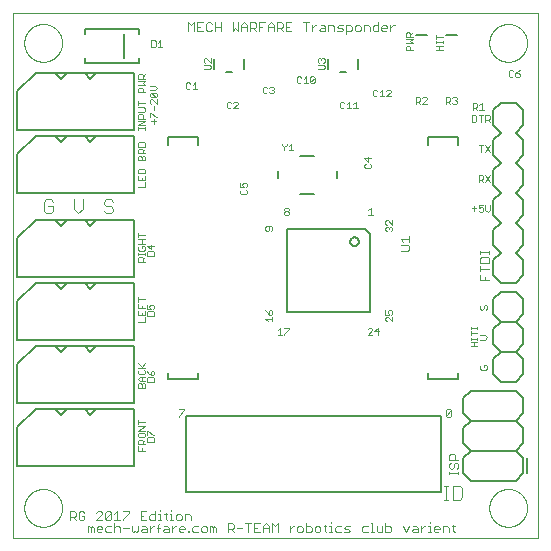
<source format=gto>
G75*
%MOIN*%
%OFA0B0*%
%FSLAX25Y25*%
%IPPOS*%
%LPD*%
%AMOC8*
5,1,8,0,0,1.08239X$1,22.5*
%
%ADD10C,0.00000*%
%ADD11C,0.00200*%
%ADD12C,0.00800*%
%ADD13C,0.00300*%
%ADD14C,0.00400*%
D10*
X0002800Y0003800D02*
X0002800Y0178800D01*
X0177800Y0178800D01*
X0177800Y0003800D01*
X0002800Y0003800D01*
X0006501Y0013800D02*
X0006503Y0013958D01*
X0006509Y0014116D01*
X0006519Y0014274D01*
X0006533Y0014432D01*
X0006551Y0014589D01*
X0006572Y0014746D01*
X0006598Y0014902D01*
X0006628Y0015058D01*
X0006661Y0015213D01*
X0006699Y0015366D01*
X0006740Y0015519D01*
X0006785Y0015671D01*
X0006834Y0015822D01*
X0006887Y0015971D01*
X0006943Y0016119D01*
X0007003Y0016265D01*
X0007067Y0016410D01*
X0007135Y0016553D01*
X0007206Y0016695D01*
X0007280Y0016835D01*
X0007358Y0016972D01*
X0007440Y0017108D01*
X0007524Y0017242D01*
X0007613Y0017373D01*
X0007704Y0017502D01*
X0007799Y0017629D01*
X0007896Y0017754D01*
X0007997Y0017876D01*
X0008101Y0017995D01*
X0008208Y0018112D01*
X0008318Y0018226D01*
X0008431Y0018337D01*
X0008546Y0018446D01*
X0008664Y0018551D01*
X0008785Y0018653D01*
X0008908Y0018753D01*
X0009034Y0018849D01*
X0009162Y0018942D01*
X0009292Y0019032D01*
X0009425Y0019118D01*
X0009560Y0019202D01*
X0009696Y0019281D01*
X0009835Y0019358D01*
X0009976Y0019430D01*
X0010118Y0019500D01*
X0010262Y0019565D01*
X0010408Y0019627D01*
X0010555Y0019685D01*
X0010704Y0019740D01*
X0010854Y0019791D01*
X0011005Y0019838D01*
X0011157Y0019881D01*
X0011310Y0019920D01*
X0011465Y0019956D01*
X0011620Y0019987D01*
X0011776Y0020015D01*
X0011932Y0020039D01*
X0012089Y0020059D01*
X0012247Y0020075D01*
X0012404Y0020087D01*
X0012563Y0020095D01*
X0012721Y0020099D01*
X0012879Y0020099D01*
X0013037Y0020095D01*
X0013196Y0020087D01*
X0013353Y0020075D01*
X0013511Y0020059D01*
X0013668Y0020039D01*
X0013824Y0020015D01*
X0013980Y0019987D01*
X0014135Y0019956D01*
X0014290Y0019920D01*
X0014443Y0019881D01*
X0014595Y0019838D01*
X0014746Y0019791D01*
X0014896Y0019740D01*
X0015045Y0019685D01*
X0015192Y0019627D01*
X0015338Y0019565D01*
X0015482Y0019500D01*
X0015624Y0019430D01*
X0015765Y0019358D01*
X0015904Y0019281D01*
X0016040Y0019202D01*
X0016175Y0019118D01*
X0016308Y0019032D01*
X0016438Y0018942D01*
X0016566Y0018849D01*
X0016692Y0018753D01*
X0016815Y0018653D01*
X0016936Y0018551D01*
X0017054Y0018446D01*
X0017169Y0018337D01*
X0017282Y0018226D01*
X0017392Y0018112D01*
X0017499Y0017995D01*
X0017603Y0017876D01*
X0017704Y0017754D01*
X0017801Y0017629D01*
X0017896Y0017502D01*
X0017987Y0017373D01*
X0018076Y0017242D01*
X0018160Y0017108D01*
X0018242Y0016972D01*
X0018320Y0016835D01*
X0018394Y0016695D01*
X0018465Y0016553D01*
X0018533Y0016410D01*
X0018597Y0016265D01*
X0018657Y0016119D01*
X0018713Y0015971D01*
X0018766Y0015822D01*
X0018815Y0015671D01*
X0018860Y0015519D01*
X0018901Y0015366D01*
X0018939Y0015213D01*
X0018972Y0015058D01*
X0019002Y0014902D01*
X0019028Y0014746D01*
X0019049Y0014589D01*
X0019067Y0014432D01*
X0019081Y0014274D01*
X0019091Y0014116D01*
X0019097Y0013958D01*
X0019099Y0013800D01*
X0019097Y0013642D01*
X0019091Y0013484D01*
X0019081Y0013326D01*
X0019067Y0013168D01*
X0019049Y0013011D01*
X0019028Y0012854D01*
X0019002Y0012698D01*
X0018972Y0012542D01*
X0018939Y0012387D01*
X0018901Y0012234D01*
X0018860Y0012081D01*
X0018815Y0011929D01*
X0018766Y0011778D01*
X0018713Y0011629D01*
X0018657Y0011481D01*
X0018597Y0011335D01*
X0018533Y0011190D01*
X0018465Y0011047D01*
X0018394Y0010905D01*
X0018320Y0010765D01*
X0018242Y0010628D01*
X0018160Y0010492D01*
X0018076Y0010358D01*
X0017987Y0010227D01*
X0017896Y0010098D01*
X0017801Y0009971D01*
X0017704Y0009846D01*
X0017603Y0009724D01*
X0017499Y0009605D01*
X0017392Y0009488D01*
X0017282Y0009374D01*
X0017169Y0009263D01*
X0017054Y0009154D01*
X0016936Y0009049D01*
X0016815Y0008947D01*
X0016692Y0008847D01*
X0016566Y0008751D01*
X0016438Y0008658D01*
X0016308Y0008568D01*
X0016175Y0008482D01*
X0016040Y0008398D01*
X0015904Y0008319D01*
X0015765Y0008242D01*
X0015624Y0008170D01*
X0015482Y0008100D01*
X0015338Y0008035D01*
X0015192Y0007973D01*
X0015045Y0007915D01*
X0014896Y0007860D01*
X0014746Y0007809D01*
X0014595Y0007762D01*
X0014443Y0007719D01*
X0014290Y0007680D01*
X0014135Y0007644D01*
X0013980Y0007613D01*
X0013824Y0007585D01*
X0013668Y0007561D01*
X0013511Y0007541D01*
X0013353Y0007525D01*
X0013196Y0007513D01*
X0013037Y0007505D01*
X0012879Y0007501D01*
X0012721Y0007501D01*
X0012563Y0007505D01*
X0012404Y0007513D01*
X0012247Y0007525D01*
X0012089Y0007541D01*
X0011932Y0007561D01*
X0011776Y0007585D01*
X0011620Y0007613D01*
X0011465Y0007644D01*
X0011310Y0007680D01*
X0011157Y0007719D01*
X0011005Y0007762D01*
X0010854Y0007809D01*
X0010704Y0007860D01*
X0010555Y0007915D01*
X0010408Y0007973D01*
X0010262Y0008035D01*
X0010118Y0008100D01*
X0009976Y0008170D01*
X0009835Y0008242D01*
X0009696Y0008319D01*
X0009560Y0008398D01*
X0009425Y0008482D01*
X0009292Y0008568D01*
X0009162Y0008658D01*
X0009034Y0008751D01*
X0008908Y0008847D01*
X0008785Y0008947D01*
X0008664Y0009049D01*
X0008546Y0009154D01*
X0008431Y0009263D01*
X0008318Y0009374D01*
X0008208Y0009488D01*
X0008101Y0009605D01*
X0007997Y0009724D01*
X0007896Y0009846D01*
X0007799Y0009971D01*
X0007704Y0010098D01*
X0007613Y0010227D01*
X0007524Y0010358D01*
X0007440Y0010492D01*
X0007358Y0010628D01*
X0007280Y0010765D01*
X0007206Y0010905D01*
X0007135Y0011047D01*
X0007067Y0011190D01*
X0007003Y0011335D01*
X0006943Y0011481D01*
X0006887Y0011629D01*
X0006834Y0011778D01*
X0006785Y0011929D01*
X0006740Y0012081D01*
X0006699Y0012234D01*
X0006661Y0012387D01*
X0006628Y0012542D01*
X0006598Y0012698D01*
X0006572Y0012854D01*
X0006551Y0013011D01*
X0006533Y0013168D01*
X0006519Y0013326D01*
X0006509Y0013484D01*
X0006503Y0013642D01*
X0006501Y0013800D01*
X0006501Y0168800D02*
X0006503Y0168958D01*
X0006509Y0169116D01*
X0006519Y0169274D01*
X0006533Y0169432D01*
X0006551Y0169589D01*
X0006572Y0169746D01*
X0006598Y0169902D01*
X0006628Y0170058D01*
X0006661Y0170213D01*
X0006699Y0170366D01*
X0006740Y0170519D01*
X0006785Y0170671D01*
X0006834Y0170822D01*
X0006887Y0170971D01*
X0006943Y0171119D01*
X0007003Y0171265D01*
X0007067Y0171410D01*
X0007135Y0171553D01*
X0007206Y0171695D01*
X0007280Y0171835D01*
X0007358Y0171972D01*
X0007440Y0172108D01*
X0007524Y0172242D01*
X0007613Y0172373D01*
X0007704Y0172502D01*
X0007799Y0172629D01*
X0007896Y0172754D01*
X0007997Y0172876D01*
X0008101Y0172995D01*
X0008208Y0173112D01*
X0008318Y0173226D01*
X0008431Y0173337D01*
X0008546Y0173446D01*
X0008664Y0173551D01*
X0008785Y0173653D01*
X0008908Y0173753D01*
X0009034Y0173849D01*
X0009162Y0173942D01*
X0009292Y0174032D01*
X0009425Y0174118D01*
X0009560Y0174202D01*
X0009696Y0174281D01*
X0009835Y0174358D01*
X0009976Y0174430D01*
X0010118Y0174500D01*
X0010262Y0174565D01*
X0010408Y0174627D01*
X0010555Y0174685D01*
X0010704Y0174740D01*
X0010854Y0174791D01*
X0011005Y0174838D01*
X0011157Y0174881D01*
X0011310Y0174920D01*
X0011465Y0174956D01*
X0011620Y0174987D01*
X0011776Y0175015D01*
X0011932Y0175039D01*
X0012089Y0175059D01*
X0012247Y0175075D01*
X0012404Y0175087D01*
X0012563Y0175095D01*
X0012721Y0175099D01*
X0012879Y0175099D01*
X0013037Y0175095D01*
X0013196Y0175087D01*
X0013353Y0175075D01*
X0013511Y0175059D01*
X0013668Y0175039D01*
X0013824Y0175015D01*
X0013980Y0174987D01*
X0014135Y0174956D01*
X0014290Y0174920D01*
X0014443Y0174881D01*
X0014595Y0174838D01*
X0014746Y0174791D01*
X0014896Y0174740D01*
X0015045Y0174685D01*
X0015192Y0174627D01*
X0015338Y0174565D01*
X0015482Y0174500D01*
X0015624Y0174430D01*
X0015765Y0174358D01*
X0015904Y0174281D01*
X0016040Y0174202D01*
X0016175Y0174118D01*
X0016308Y0174032D01*
X0016438Y0173942D01*
X0016566Y0173849D01*
X0016692Y0173753D01*
X0016815Y0173653D01*
X0016936Y0173551D01*
X0017054Y0173446D01*
X0017169Y0173337D01*
X0017282Y0173226D01*
X0017392Y0173112D01*
X0017499Y0172995D01*
X0017603Y0172876D01*
X0017704Y0172754D01*
X0017801Y0172629D01*
X0017896Y0172502D01*
X0017987Y0172373D01*
X0018076Y0172242D01*
X0018160Y0172108D01*
X0018242Y0171972D01*
X0018320Y0171835D01*
X0018394Y0171695D01*
X0018465Y0171553D01*
X0018533Y0171410D01*
X0018597Y0171265D01*
X0018657Y0171119D01*
X0018713Y0170971D01*
X0018766Y0170822D01*
X0018815Y0170671D01*
X0018860Y0170519D01*
X0018901Y0170366D01*
X0018939Y0170213D01*
X0018972Y0170058D01*
X0019002Y0169902D01*
X0019028Y0169746D01*
X0019049Y0169589D01*
X0019067Y0169432D01*
X0019081Y0169274D01*
X0019091Y0169116D01*
X0019097Y0168958D01*
X0019099Y0168800D01*
X0019097Y0168642D01*
X0019091Y0168484D01*
X0019081Y0168326D01*
X0019067Y0168168D01*
X0019049Y0168011D01*
X0019028Y0167854D01*
X0019002Y0167698D01*
X0018972Y0167542D01*
X0018939Y0167387D01*
X0018901Y0167234D01*
X0018860Y0167081D01*
X0018815Y0166929D01*
X0018766Y0166778D01*
X0018713Y0166629D01*
X0018657Y0166481D01*
X0018597Y0166335D01*
X0018533Y0166190D01*
X0018465Y0166047D01*
X0018394Y0165905D01*
X0018320Y0165765D01*
X0018242Y0165628D01*
X0018160Y0165492D01*
X0018076Y0165358D01*
X0017987Y0165227D01*
X0017896Y0165098D01*
X0017801Y0164971D01*
X0017704Y0164846D01*
X0017603Y0164724D01*
X0017499Y0164605D01*
X0017392Y0164488D01*
X0017282Y0164374D01*
X0017169Y0164263D01*
X0017054Y0164154D01*
X0016936Y0164049D01*
X0016815Y0163947D01*
X0016692Y0163847D01*
X0016566Y0163751D01*
X0016438Y0163658D01*
X0016308Y0163568D01*
X0016175Y0163482D01*
X0016040Y0163398D01*
X0015904Y0163319D01*
X0015765Y0163242D01*
X0015624Y0163170D01*
X0015482Y0163100D01*
X0015338Y0163035D01*
X0015192Y0162973D01*
X0015045Y0162915D01*
X0014896Y0162860D01*
X0014746Y0162809D01*
X0014595Y0162762D01*
X0014443Y0162719D01*
X0014290Y0162680D01*
X0014135Y0162644D01*
X0013980Y0162613D01*
X0013824Y0162585D01*
X0013668Y0162561D01*
X0013511Y0162541D01*
X0013353Y0162525D01*
X0013196Y0162513D01*
X0013037Y0162505D01*
X0012879Y0162501D01*
X0012721Y0162501D01*
X0012563Y0162505D01*
X0012404Y0162513D01*
X0012247Y0162525D01*
X0012089Y0162541D01*
X0011932Y0162561D01*
X0011776Y0162585D01*
X0011620Y0162613D01*
X0011465Y0162644D01*
X0011310Y0162680D01*
X0011157Y0162719D01*
X0011005Y0162762D01*
X0010854Y0162809D01*
X0010704Y0162860D01*
X0010555Y0162915D01*
X0010408Y0162973D01*
X0010262Y0163035D01*
X0010118Y0163100D01*
X0009976Y0163170D01*
X0009835Y0163242D01*
X0009696Y0163319D01*
X0009560Y0163398D01*
X0009425Y0163482D01*
X0009292Y0163568D01*
X0009162Y0163658D01*
X0009034Y0163751D01*
X0008908Y0163847D01*
X0008785Y0163947D01*
X0008664Y0164049D01*
X0008546Y0164154D01*
X0008431Y0164263D01*
X0008318Y0164374D01*
X0008208Y0164488D01*
X0008101Y0164605D01*
X0007997Y0164724D01*
X0007896Y0164846D01*
X0007799Y0164971D01*
X0007704Y0165098D01*
X0007613Y0165227D01*
X0007524Y0165358D01*
X0007440Y0165492D01*
X0007358Y0165628D01*
X0007280Y0165765D01*
X0007206Y0165905D01*
X0007135Y0166047D01*
X0007067Y0166190D01*
X0007003Y0166335D01*
X0006943Y0166481D01*
X0006887Y0166629D01*
X0006834Y0166778D01*
X0006785Y0166929D01*
X0006740Y0167081D01*
X0006699Y0167234D01*
X0006661Y0167387D01*
X0006628Y0167542D01*
X0006598Y0167698D01*
X0006572Y0167854D01*
X0006551Y0168011D01*
X0006533Y0168168D01*
X0006519Y0168326D01*
X0006509Y0168484D01*
X0006503Y0168642D01*
X0006501Y0168800D01*
X0161501Y0168800D02*
X0161503Y0168958D01*
X0161509Y0169116D01*
X0161519Y0169274D01*
X0161533Y0169432D01*
X0161551Y0169589D01*
X0161572Y0169746D01*
X0161598Y0169902D01*
X0161628Y0170058D01*
X0161661Y0170213D01*
X0161699Y0170366D01*
X0161740Y0170519D01*
X0161785Y0170671D01*
X0161834Y0170822D01*
X0161887Y0170971D01*
X0161943Y0171119D01*
X0162003Y0171265D01*
X0162067Y0171410D01*
X0162135Y0171553D01*
X0162206Y0171695D01*
X0162280Y0171835D01*
X0162358Y0171972D01*
X0162440Y0172108D01*
X0162524Y0172242D01*
X0162613Y0172373D01*
X0162704Y0172502D01*
X0162799Y0172629D01*
X0162896Y0172754D01*
X0162997Y0172876D01*
X0163101Y0172995D01*
X0163208Y0173112D01*
X0163318Y0173226D01*
X0163431Y0173337D01*
X0163546Y0173446D01*
X0163664Y0173551D01*
X0163785Y0173653D01*
X0163908Y0173753D01*
X0164034Y0173849D01*
X0164162Y0173942D01*
X0164292Y0174032D01*
X0164425Y0174118D01*
X0164560Y0174202D01*
X0164696Y0174281D01*
X0164835Y0174358D01*
X0164976Y0174430D01*
X0165118Y0174500D01*
X0165262Y0174565D01*
X0165408Y0174627D01*
X0165555Y0174685D01*
X0165704Y0174740D01*
X0165854Y0174791D01*
X0166005Y0174838D01*
X0166157Y0174881D01*
X0166310Y0174920D01*
X0166465Y0174956D01*
X0166620Y0174987D01*
X0166776Y0175015D01*
X0166932Y0175039D01*
X0167089Y0175059D01*
X0167247Y0175075D01*
X0167404Y0175087D01*
X0167563Y0175095D01*
X0167721Y0175099D01*
X0167879Y0175099D01*
X0168037Y0175095D01*
X0168196Y0175087D01*
X0168353Y0175075D01*
X0168511Y0175059D01*
X0168668Y0175039D01*
X0168824Y0175015D01*
X0168980Y0174987D01*
X0169135Y0174956D01*
X0169290Y0174920D01*
X0169443Y0174881D01*
X0169595Y0174838D01*
X0169746Y0174791D01*
X0169896Y0174740D01*
X0170045Y0174685D01*
X0170192Y0174627D01*
X0170338Y0174565D01*
X0170482Y0174500D01*
X0170624Y0174430D01*
X0170765Y0174358D01*
X0170904Y0174281D01*
X0171040Y0174202D01*
X0171175Y0174118D01*
X0171308Y0174032D01*
X0171438Y0173942D01*
X0171566Y0173849D01*
X0171692Y0173753D01*
X0171815Y0173653D01*
X0171936Y0173551D01*
X0172054Y0173446D01*
X0172169Y0173337D01*
X0172282Y0173226D01*
X0172392Y0173112D01*
X0172499Y0172995D01*
X0172603Y0172876D01*
X0172704Y0172754D01*
X0172801Y0172629D01*
X0172896Y0172502D01*
X0172987Y0172373D01*
X0173076Y0172242D01*
X0173160Y0172108D01*
X0173242Y0171972D01*
X0173320Y0171835D01*
X0173394Y0171695D01*
X0173465Y0171553D01*
X0173533Y0171410D01*
X0173597Y0171265D01*
X0173657Y0171119D01*
X0173713Y0170971D01*
X0173766Y0170822D01*
X0173815Y0170671D01*
X0173860Y0170519D01*
X0173901Y0170366D01*
X0173939Y0170213D01*
X0173972Y0170058D01*
X0174002Y0169902D01*
X0174028Y0169746D01*
X0174049Y0169589D01*
X0174067Y0169432D01*
X0174081Y0169274D01*
X0174091Y0169116D01*
X0174097Y0168958D01*
X0174099Y0168800D01*
X0174097Y0168642D01*
X0174091Y0168484D01*
X0174081Y0168326D01*
X0174067Y0168168D01*
X0174049Y0168011D01*
X0174028Y0167854D01*
X0174002Y0167698D01*
X0173972Y0167542D01*
X0173939Y0167387D01*
X0173901Y0167234D01*
X0173860Y0167081D01*
X0173815Y0166929D01*
X0173766Y0166778D01*
X0173713Y0166629D01*
X0173657Y0166481D01*
X0173597Y0166335D01*
X0173533Y0166190D01*
X0173465Y0166047D01*
X0173394Y0165905D01*
X0173320Y0165765D01*
X0173242Y0165628D01*
X0173160Y0165492D01*
X0173076Y0165358D01*
X0172987Y0165227D01*
X0172896Y0165098D01*
X0172801Y0164971D01*
X0172704Y0164846D01*
X0172603Y0164724D01*
X0172499Y0164605D01*
X0172392Y0164488D01*
X0172282Y0164374D01*
X0172169Y0164263D01*
X0172054Y0164154D01*
X0171936Y0164049D01*
X0171815Y0163947D01*
X0171692Y0163847D01*
X0171566Y0163751D01*
X0171438Y0163658D01*
X0171308Y0163568D01*
X0171175Y0163482D01*
X0171040Y0163398D01*
X0170904Y0163319D01*
X0170765Y0163242D01*
X0170624Y0163170D01*
X0170482Y0163100D01*
X0170338Y0163035D01*
X0170192Y0162973D01*
X0170045Y0162915D01*
X0169896Y0162860D01*
X0169746Y0162809D01*
X0169595Y0162762D01*
X0169443Y0162719D01*
X0169290Y0162680D01*
X0169135Y0162644D01*
X0168980Y0162613D01*
X0168824Y0162585D01*
X0168668Y0162561D01*
X0168511Y0162541D01*
X0168353Y0162525D01*
X0168196Y0162513D01*
X0168037Y0162505D01*
X0167879Y0162501D01*
X0167721Y0162501D01*
X0167563Y0162505D01*
X0167404Y0162513D01*
X0167247Y0162525D01*
X0167089Y0162541D01*
X0166932Y0162561D01*
X0166776Y0162585D01*
X0166620Y0162613D01*
X0166465Y0162644D01*
X0166310Y0162680D01*
X0166157Y0162719D01*
X0166005Y0162762D01*
X0165854Y0162809D01*
X0165704Y0162860D01*
X0165555Y0162915D01*
X0165408Y0162973D01*
X0165262Y0163035D01*
X0165118Y0163100D01*
X0164976Y0163170D01*
X0164835Y0163242D01*
X0164696Y0163319D01*
X0164560Y0163398D01*
X0164425Y0163482D01*
X0164292Y0163568D01*
X0164162Y0163658D01*
X0164034Y0163751D01*
X0163908Y0163847D01*
X0163785Y0163947D01*
X0163664Y0164049D01*
X0163546Y0164154D01*
X0163431Y0164263D01*
X0163318Y0164374D01*
X0163208Y0164488D01*
X0163101Y0164605D01*
X0162997Y0164724D01*
X0162896Y0164846D01*
X0162799Y0164971D01*
X0162704Y0165098D01*
X0162613Y0165227D01*
X0162524Y0165358D01*
X0162440Y0165492D01*
X0162358Y0165628D01*
X0162280Y0165765D01*
X0162206Y0165905D01*
X0162135Y0166047D01*
X0162067Y0166190D01*
X0162003Y0166335D01*
X0161943Y0166481D01*
X0161887Y0166629D01*
X0161834Y0166778D01*
X0161785Y0166929D01*
X0161740Y0167081D01*
X0161699Y0167234D01*
X0161661Y0167387D01*
X0161628Y0167542D01*
X0161598Y0167698D01*
X0161572Y0167854D01*
X0161551Y0168011D01*
X0161533Y0168168D01*
X0161519Y0168326D01*
X0161509Y0168484D01*
X0161503Y0168642D01*
X0161501Y0168800D01*
X0161501Y0013800D02*
X0161503Y0013958D01*
X0161509Y0014116D01*
X0161519Y0014274D01*
X0161533Y0014432D01*
X0161551Y0014589D01*
X0161572Y0014746D01*
X0161598Y0014902D01*
X0161628Y0015058D01*
X0161661Y0015213D01*
X0161699Y0015366D01*
X0161740Y0015519D01*
X0161785Y0015671D01*
X0161834Y0015822D01*
X0161887Y0015971D01*
X0161943Y0016119D01*
X0162003Y0016265D01*
X0162067Y0016410D01*
X0162135Y0016553D01*
X0162206Y0016695D01*
X0162280Y0016835D01*
X0162358Y0016972D01*
X0162440Y0017108D01*
X0162524Y0017242D01*
X0162613Y0017373D01*
X0162704Y0017502D01*
X0162799Y0017629D01*
X0162896Y0017754D01*
X0162997Y0017876D01*
X0163101Y0017995D01*
X0163208Y0018112D01*
X0163318Y0018226D01*
X0163431Y0018337D01*
X0163546Y0018446D01*
X0163664Y0018551D01*
X0163785Y0018653D01*
X0163908Y0018753D01*
X0164034Y0018849D01*
X0164162Y0018942D01*
X0164292Y0019032D01*
X0164425Y0019118D01*
X0164560Y0019202D01*
X0164696Y0019281D01*
X0164835Y0019358D01*
X0164976Y0019430D01*
X0165118Y0019500D01*
X0165262Y0019565D01*
X0165408Y0019627D01*
X0165555Y0019685D01*
X0165704Y0019740D01*
X0165854Y0019791D01*
X0166005Y0019838D01*
X0166157Y0019881D01*
X0166310Y0019920D01*
X0166465Y0019956D01*
X0166620Y0019987D01*
X0166776Y0020015D01*
X0166932Y0020039D01*
X0167089Y0020059D01*
X0167247Y0020075D01*
X0167404Y0020087D01*
X0167563Y0020095D01*
X0167721Y0020099D01*
X0167879Y0020099D01*
X0168037Y0020095D01*
X0168196Y0020087D01*
X0168353Y0020075D01*
X0168511Y0020059D01*
X0168668Y0020039D01*
X0168824Y0020015D01*
X0168980Y0019987D01*
X0169135Y0019956D01*
X0169290Y0019920D01*
X0169443Y0019881D01*
X0169595Y0019838D01*
X0169746Y0019791D01*
X0169896Y0019740D01*
X0170045Y0019685D01*
X0170192Y0019627D01*
X0170338Y0019565D01*
X0170482Y0019500D01*
X0170624Y0019430D01*
X0170765Y0019358D01*
X0170904Y0019281D01*
X0171040Y0019202D01*
X0171175Y0019118D01*
X0171308Y0019032D01*
X0171438Y0018942D01*
X0171566Y0018849D01*
X0171692Y0018753D01*
X0171815Y0018653D01*
X0171936Y0018551D01*
X0172054Y0018446D01*
X0172169Y0018337D01*
X0172282Y0018226D01*
X0172392Y0018112D01*
X0172499Y0017995D01*
X0172603Y0017876D01*
X0172704Y0017754D01*
X0172801Y0017629D01*
X0172896Y0017502D01*
X0172987Y0017373D01*
X0173076Y0017242D01*
X0173160Y0017108D01*
X0173242Y0016972D01*
X0173320Y0016835D01*
X0173394Y0016695D01*
X0173465Y0016553D01*
X0173533Y0016410D01*
X0173597Y0016265D01*
X0173657Y0016119D01*
X0173713Y0015971D01*
X0173766Y0015822D01*
X0173815Y0015671D01*
X0173860Y0015519D01*
X0173901Y0015366D01*
X0173939Y0015213D01*
X0173972Y0015058D01*
X0174002Y0014902D01*
X0174028Y0014746D01*
X0174049Y0014589D01*
X0174067Y0014432D01*
X0174081Y0014274D01*
X0174091Y0014116D01*
X0174097Y0013958D01*
X0174099Y0013800D01*
X0174097Y0013642D01*
X0174091Y0013484D01*
X0174081Y0013326D01*
X0174067Y0013168D01*
X0174049Y0013011D01*
X0174028Y0012854D01*
X0174002Y0012698D01*
X0173972Y0012542D01*
X0173939Y0012387D01*
X0173901Y0012234D01*
X0173860Y0012081D01*
X0173815Y0011929D01*
X0173766Y0011778D01*
X0173713Y0011629D01*
X0173657Y0011481D01*
X0173597Y0011335D01*
X0173533Y0011190D01*
X0173465Y0011047D01*
X0173394Y0010905D01*
X0173320Y0010765D01*
X0173242Y0010628D01*
X0173160Y0010492D01*
X0173076Y0010358D01*
X0172987Y0010227D01*
X0172896Y0010098D01*
X0172801Y0009971D01*
X0172704Y0009846D01*
X0172603Y0009724D01*
X0172499Y0009605D01*
X0172392Y0009488D01*
X0172282Y0009374D01*
X0172169Y0009263D01*
X0172054Y0009154D01*
X0171936Y0009049D01*
X0171815Y0008947D01*
X0171692Y0008847D01*
X0171566Y0008751D01*
X0171438Y0008658D01*
X0171308Y0008568D01*
X0171175Y0008482D01*
X0171040Y0008398D01*
X0170904Y0008319D01*
X0170765Y0008242D01*
X0170624Y0008170D01*
X0170482Y0008100D01*
X0170338Y0008035D01*
X0170192Y0007973D01*
X0170045Y0007915D01*
X0169896Y0007860D01*
X0169746Y0007809D01*
X0169595Y0007762D01*
X0169443Y0007719D01*
X0169290Y0007680D01*
X0169135Y0007644D01*
X0168980Y0007613D01*
X0168824Y0007585D01*
X0168668Y0007561D01*
X0168511Y0007541D01*
X0168353Y0007525D01*
X0168196Y0007513D01*
X0168037Y0007505D01*
X0167879Y0007501D01*
X0167721Y0007501D01*
X0167563Y0007505D01*
X0167404Y0007513D01*
X0167247Y0007525D01*
X0167089Y0007541D01*
X0166932Y0007561D01*
X0166776Y0007585D01*
X0166620Y0007613D01*
X0166465Y0007644D01*
X0166310Y0007680D01*
X0166157Y0007719D01*
X0166005Y0007762D01*
X0165854Y0007809D01*
X0165704Y0007860D01*
X0165555Y0007915D01*
X0165408Y0007973D01*
X0165262Y0008035D01*
X0165118Y0008100D01*
X0164976Y0008170D01*
X0164835Y0008242D01*
X0164696Y0008319D01*
X0164560Y0008398D01*
X0164425Y0008482D01*
X0164292Y0008568D01*
X0164162Y0008658D01*
X0164034Y0008751D01*
X0163908Y0008847D01*
X0163785Y0008947D01*
X0163664Y0009049D01*
X0163546Y0009154D01*
X0163431Y0009263D01*
X0163318Y0009374D01*
X0163208Y0009488D01*
X0163101Y0009605D01*
X0162997Y0009724D01*
X0162896Y0009846D01*
X0162799Y0009971D01*
X0162704Y0010098D01*
X0162613Y0010227D01*
X0162524Y0010358D01*
X0162440Y0010492D01*
X0162358Y0010628D01*
X0162280Y0010765D01*
X0162206Y0010905D01*
X0162135Y0011047D01*
X0162067Y0011190D01*
X0162003Y0011335D01*
X0161943Y0011481D01*
X0161887Y0011629D01*
X0161834Y0011778D01*
X0161785Y0011929D01*
X0161740Y0012081D01*
X0161699Y0012234D01*
X0161661Y0012387D01*
X0161628Y0012542D01*
X0161598Y0012698D01*
X0161572Y0012854D01*
X0161551Y0013011D01*
X0161533Y0013168D01*
X0161519Y0013326D01*
X0161509Y0013484D01*
X0161503Y0013642D01*
X0161501Y0013800D01*
D11*
X0160333Y0059900D02*
X0158865Y0059900D01*
X0158498Y0060267D01*
X0158498Y0061001D01*
X0158865Y0061368D01*
X0159599Y0061368D02*
X0159599Y0060634D01*
X0159599Y0061368D02*
X0160333Y0061368D01*
X0160700Y0061001D01*
X0160700Y0060267D01*
X0160333Y0059900D01*
X0157500Y0067600D02*
X0155298Y0067600D01*
X0156399Y0067600D02*
X0156399Y0069068D01*
X0155298Y0069068D02*
X0157500Y0069068D01*
X0157500Y0069810D02*
X0157500Y0070544D01*
X0157500Y0070177D02*
X0155298Y0070177D01*
X0155298Y0069810D02*
X0155298Y0070544D01*
X0155298Y0071283D02*
X0155298Y0072751D01*
X0155298Y0072017D02*
X0157500Y0072017D01*
X0158498Y0071368D02*
X0159966Y0071368D01*
X0160700Y0070634D01*
X0159966Y0069900D01*
X0158498Y0069900D01*
X0157500Y0073493D02*
X0157500Y0074227D01*
X0157500Y0073860D02*
X0155298Y0073860D01*
X0155298Y0073493D02*
X0155298Y0074227D01*
X0158865Y0079900D02*
X0159232Y0079900D01*
X0159599Y0080267D01*
X0159599Y0081001D01*
X0159966Y0081368D01*
X0160333Y0081368D01*
X0160700Y0081001D01*
X0160700Y0080267D01*
X0160333Y0079900D01*
X0158865Y0079900D02*
X0158498Y0080267D01*
X0158498Y0081001D01*
X0158865Y0081368D01*
X0129100Y0079291D02*
X0129100Y0078557D01*
X0128733Y0078190D01*
X0127999Y0078190D02*
X0127632Y0078924D01*
X0127632Y0079291D01*
X0127999Y0079658D01*
X0128733Y0079658D01*
X0129100Y0079291D01*
X0127999Y0078190D02*
X0126898Y0078190D01*
X0126898Y0079658D01*
X0127265Y0077448D02*
X0126898Y0077081D01*
X0126898Y0076347D01*
X0127265Y0075980D01*
X0127265Y0077448D02*
X0127632Y0077448D01*
X0129100Y0075980D01*
X0129100Y0077448D01*
X0124291Y0073702D02*
X0123190Y0072601D01*
X0124658Y0072601D01*
X0124291Y0071500D02*
X0124291Y0073702D01*
X0122448Y0073335D02*
X0122081Y0073702D01*
X0121347Y0073702D01*
X0120980Y0073335D01*
X0122448Y0073335D02*
X0122448Y0072968D01*
X0120980Y0071500D01*
X0122448Y0071500D01*
X0094658Y0073335D02*
X0093190Y0071867D01*
X0093190Y0071500D01*
X0092448Y0071500D02*
X0090980Y0071500D01*
X0091714Y0071500D02*
X0091714Y0073702D01*
X0090980Y0072968D01*
X0093190Y0073702D02*
X0094658Y0073702D01*
X0094658Y0073335D01*
X0089100Y0075980D02*
X0089100Y0077448D01*
X0089100Y0076714D02*
X0086898Y0076714D01*
X0087632Y0075980D01*
X0087999Y0078190D02*
X0087265Y0078924D01*
X0086898Y0079658D01*
X0087999Y0079291D02*
X0087999Y0078190D01*
X0088733Y0078190D01*
X0089100Y0078557D01*
X0089100Y0079291D01*
X0088733Y0079658D01*
X0088366Y0079658D01*
X0087999Y0079291D01*
X0087632Y0106190D02*
X0087999Y0106557D01*
X0087999Y0107658D01*
X0088733Y0107658D02*
X0087265Y0107658D01*
X0086898Y0107291D01*
X0086898Y0106557D01*
X0087265Y0106190D01*
X0087632Y0106190D01*
X0088733Y0106190D02*
X0089100Y0106557D01*
X0089100Y0107291D01*
X0088733Y0107658D01*
X0093190Y0111867D02*
X0093190Y0112234D01*
X0093557Y0112601D01*
X0094291Y0112601D01*
X0094658Y0112234D01*
X0094658Y0111867D01*
X0094291Y0111500D01*
X0093557Y0111500D01*
X0093190Y0111867D01*
X0093557Y0112601D02*
X0093190Y0112968D01*
X0093190Y0113335D01*
X0093557Y0113702D01*
X0094291Y0113702D01*
X0094658Y0113335D01*
X0094658Y0112968D01*
X0094291Y0112601D01*
X0080700Y0118767D02*
X0080700Y0119501D01*
X0080333Y0119868D01*
X0080333Y0120610D02*
X0080700Y0120977D01*
X0080700Y0121711D01*
X0080333Y0122078D01*
X0079599Y0122078D01*
X0079232Y0121711D01*
X0079232Y0121344D01*
X0079599Y0120610D01*
X0078498Y0120610D01*
X0078498Y0122078D01*
X0078865Y0119868D02*
X0078498Y0119501D01*
X0078498Y0118767D01*
X0078865Y0118400D01*
X0080333Y0118400D01*
X0080700Y0118767D01*
X0093214Y0133000D02*
X0093214Y0134101D01*
X0093948Y0134835D01*
X0093948Y0135202D01*
X0094690Y0134468D02*
X0095424Y0135202D01*
X0095424Y0133000D01*
X0094690Y0133000D02*
X0096158Y0133000D01*
X0093214Y0134101D02*
X0092480Y0134835D01*
X0092480Y0135202D01*
X0077658Y0147000D02*
X0076190Y0147000D01*
X0077658Y0148468D01*
X0077658Y0148835D01*
X0077291Y0149202D01*
X0076557Y0149202D01*
X0076190Y0148835D01*
X0075448Y0148835D02*
X0075081Y0149202D01*
X0074347Y0149202D01*
X0073980Y0148835D01*
X0073980Y0147367D01*
X0074347Y0147000D01*
X0075081Y0147000D01*
X0075448Y0147367D01*
X0085980Y0152367D02*
X0086347Y0152000D01*
X0087081Y0152000D01*
X0087448Y0152367D01*
X0088190Y0152367D02*
X0088557Y0152000D01*
X0089291Y0152000D01*
X0089658Y0152367D01*
X0089658Y0152734D01*
X0089291Y0153101D01*
X0088924Y0153101D01*
X0089291Y0153101D02*
X0089658Y0153468D01*
X0089658Y0153835D01*
X0089291Y0154202D01*
X0088557Y0154202D01*
X0088190Y0153835D01*
X0087448Y0153835D02*
X0087081Y0154202D01*
X0086347Y0154202D01*
X0085980Y0153835D01*
X0085980Y0152367D01*
X0097400Y0155767D02*
X0097767Y0155400D01*
X0098501Y0155400D01*
X0098868Y0155767D01*
X0099610Y0155400D02*
X0101078Y0155400D01*
X0100344Y0155400D02*
X0100344Y0157602D01*
X0099610Y0156868D01*
X0098868Y0157235D02*
X0098501Y0157602D01*
X0097767Y0157602D01*
X0097400Y0157235D01*
X0097400Y0155767D01*
X0101820Y0155767D02*
X0103288Y0157235D01*
X0103288Y0155767D01*
X0102921Y0155400D01*
X0102187Y0155400D01*
X0101820Y0155767D01*
X0101820Y0157235D01*
X0102187Y0157602D01*
X0102921Y0157602D01*
X0103288Y0157235D01*
X0104398Y0159980D02*
X0106233Y0159980D01*
X0106600Y0160347D01*
X0106600Y0161081D01*
X0106233Y0161448D01*
X0104398Y0161448D01*
X0104765Y0162190D02*
X0104398Y0162557D01*
X0104398Y0163291D01*
X0104765Y0163658D01*
X0105132Y0163658D01*
X0105499Y0163291D01*
X0105866Y0163658D01*
X0106233Y0163658D01*
X0106600Y0163291D01*
X0106600Y0162557D01*
X0106233Y0162190D01*
X0105499Y0162924D02*
X0105499Y0163291D01*
X0112137Y0149202D02*
X0111770Y0148835D01*
X0111770Y0147367D01*
X0112137Y0147000D01*
X0112871Y0147000D01*
X0113238Y0147367D01*
X0113980Y0147000D02*
X0115448Y0147000D01*
X0114714Y0147000D02*
X0114714Y0149202D01*
X0113980Y0148468D01*
X0113238Y0148835D02*
X0112871Y0149202D01*
X0112137Y0149202D01*
X0116190Y0148468D02*
X0116924Y0149202D01*
X0116924Y0147000D01*
X0116190Y0147000D02*
X0117658Y0147000D01*
X0122770Y0151367D02*
X0123137Y0151000D01*
X0123871Y0151000D01*
X0124238Y0151367D01*
X0124980Y0151000D02*
X0126448Y0151000D01*
X0125714Y0151000D02*
X0125714Y0153202D01*
X0124980Y0152468D01*
X0124238Y0152835D02*
X0123871Y0153202D01*
X0123137Y0153202D01*
X0122770Y0152835D01*
X0122770Y0151367D01*
X0127190Y0151000D02*
X0128658Y0152468D01*
X0128658Y0152835D01*
X0128291Y0153202D01*
X0127557Y0153202D01*
X0127190Y0152835D01*
X0127190Y0151000D02*
X0128658Y0151000D01*
X0136980Y0150702D02*
X0136980Y0148500D01*
X0136980Y0149234D02*
X0138081Y0149234D01*
X0138448Y0149601D01*
X0138448Y0150335D01*
X0138081Y0150702D01*
X0136980Y0150702D01*
X0137714Y0149234D02*
X0138448Y0148500D01*
X0139190Y0148500D02*
X0140658Y0149968D01*
X0140658Y0150335D01*
X0140291Y0150702D01*
X0139557Y0150702D01*
X0139190Y0150335D01*
X0139190Y0148500D02*
X0140658Y0148500D01*
X0146980Y0148500D02*
X0146980Y0150702D01*
X0148081Y0150702D01*
X0148448Y0150335D01*
X0148448Y0149601D01*
X0148081Y0149234D01*
X0146980Y0149234D01*
X0147714Y0149234D02*
X0148448Y0148500D01*
X0149190Y0148867D02*
X0149557Y0148500D01*
X0150291Y0148500D01*
X0150658Y0148867D01*
X0150658Y0149234D01*
X0150291Y0149601D01*
X0149924Y0149601D01*
X0150291Y0149601D02*
X0150658Y0149968D01*
X0150658Y0150335D01*
X0150291Y0150702D01*
X0149557Y0150702D01*
X0149190Y0150335D01*
X0155770Y0144702D02*
X0156871Y0144702D01*
X0157238Y0144335D01*
X0157238Y0142867D01*
X0156871Y0142500D01*
X0155770Y0142500D01*
X0155770Y0144702D01*
X0155980Y0146500D02*
X0155980Y0148702D01*
X0157081Y0148702D01*
X0157448Y0148335D01*
X0157448Y0147601D01*
X0157081Y0147234D01*
X0155980Y0147234D01*
X0156714Y0147234D02*
X0157448Y0146500D01*
X0158190Y0146500D02*
X0159658Y0146500D01*
X0158924Y0146500D02*
X0158924Y0148702D01*
X0158190Y0147968D01*
X0157980Y0144702D02*
X0159448Y0144702D01*
X0158714Y0144702D02*
X0158714Y0142500D01*
X0160190Y0142500D02*
X0160190Y0144702D01*
X0161291Y0144702D01*
X0161658Y0144335D01*
X0161658Y0143601D01*
X0161291Y0143234D01*
X0160190Y0143234D01*
X0160924Y0143234D02*
X0161658Y0142500D01*
X0161658Y0134702D02*
X0160190Y0132500D01*
X0161658Y0132500D02*
X0160190Y0134702D01*
X0159448Y0134702D02*
X0157980Y0134702D01*
X0158714Y0134702D02*
X0158714Y0132500D01*
X0159081Y0124702D02*
X0159448Y0124335D01*
X0159448Y0123601D01*
X0159081Y0123234D01*
X0157980Y0123234D01*
X0157980Y0122500D02*
X0157980Y0124702D01*
X0159081Y0124702D01*
X0160190Y0124702D02*
X0161658Y0122500D01*
X0160190Y0122500D02*
X0161658Y0124702D01*
X0159448Y0122500D02*
X0158714Y0123234D01*
X0157980Y0114702D02*
X0157980Y0113601D01*
X0158714Y0113968D01*
X0159081Y0113968D01*
X0159448Y0113601D01*
X0159448Y0112867D01*
X0159081Y0112500D01*
X0158347Y0112500D01*
X0157980Y0112867D01*
X0157238Y0113601D02*
X0155770Y0113601D01*
X0156504Y0114335D02*
X0156504Y0112867D01*
X0157980Y0114702D02*
X0159448Y0114702D01*
X0160190Y0114702D02*
X0160190Y0113234D01*
X0160924Y0112500D01*
X0161658Y0113234D01*
X0161658Y0114702D01*
X0129100Y0109658D02*
X0129100Y0108190D01*
X0127632Y0109658D01*
X0127265Y0109658D01*
X0126898Y0109291D01*
X0126898Y0108557D01*
X0127265Y0108190D01*
X0127265Y0107448D02*
X0127632Y0107448D01*
X0127999Y0107081D01*
X0128366Y0107448D01*
X0128733Y0107448D01*
X0129100Y0107081D01*
X0129100Y0106347D01*
X0128733Y0105980D01*
X0127999Y0106714D02*
X0127999Y0107081D01*
X0127265Y0107448D02*
X0126898Y0107081D01*
X0126898Y0106347D01*
X0127265Y0105980D01*
X0122658Y0111500D02*
X0121190Y0111500D01*
X0121924Y0111500D02*
X0121924Y0113702D01*
X0121190Y0112968D01*
X0121733Y0126980D02*
X0120265Y0126980D01*
X0119898Y0127347D01*
X0119898Y0128081D01*
X0120265Y0128448D01*
X0120999Y0129190D02*
X0119898Y0130291D01*
X0122100Y0130291D01*
X0120999Y0130658D02*
X0120999Y0129190D01*
X0121733Y0128448D02*
X0122100Y0128081D01*
X0122100Y0127347D01*
X0121733Y0126980D01*
X0133748Y0166400D02*
X0133748Y0167501D01*
X0134115Y0167868D01*
X0134849Y0167868D01*
X0135216Y0167501D01*
X0135216Y0166400D01*
X0135950Y0166400D02*
X0133748Y0166400D01*
X0133748Y0168610D02*
X0135950Y0168610D01*
X0135216Y0169344D01*
X0135950Y0170078D01*
X0133748Y0170078D01*
X0133748Y0170820D02*
X0133748Y0171921D01*
X0134115Y0172288D01*
X0134849Y0172288D01*
X0135216Y0171921D01*
X0135216Y0170820D01*
X0135216Y0171554D02*
X0135950Y0172288D01*
X0135950Y0170820D02*
X0133748Y0170820D01*
X0143748Y0170817D02*
X0145950Y0170817D01*
X0145950Y0169344D02*
X0145950Y0168610D01*
X0145950Y0168977D02*
X0143748Y0168977D01*
X0143748Y0168610D02*
X0143748Y0169344D01*
X0143748Y0170083D02*
X0143748Y0171551D01*
X0143748Y0167868D02*
X0145950Y0167868D01*
X0144849Y0167868D02*
X0144849Y0166400D01*
X0145950Y0166400D02*
X0143748Y0166400D01*
X0167980Y0159335D02*
X0167980Y0157867D01*
X0168347Y0157500D01*
X0169081Y0157500D01*
X0169448Y0157867D01*
X0170190Y0157867D02*
X0170557Y0157500D01*
X0171291Y0157500D01*
X0171658Y0157867D01*
X0171658Y0158234D01*
X0171291Y0158601D01*
X0170190Y0158601D01*
X0170190Y0157867D01*
X0170190Y0158601D02*
X0170924Y0159335D01*
X0171658Y0159702D01*
X0169448Y0159335D02*
X0169081Y0159702D01*
X0168347Y0159702D01*
X0167980Y0159335D01*
X0068600Y0160347D02*
X0068600Y0161081D01*
X0068233Y0161448D01*
X0066398Y0161448D01*
X0066765Y0162190D02*
X0066398Y0162557D01*
X0066398Y0163291D01*
X0066765Y0163658D01*
X0067132Y0163658D01*
X0068600Y0162190D01*
X0068600Y0163658D01*
X0068600Y0160347D02*
X0068233Y0159980D01*
X0066398Y0159980D01*
X0063344Y0155602D02*
X0063344Y0153400D01*
X0062610Y0153400D02*
X0064078Y0153400D01*
X0062610Y0154868D02*
X0063344Y0155602D01*
X0061868Y0155235D02*
X0061501Y0155602D01*
X0060767Y0155602D01*
X0060400Y0155235D01*
X0060400Y0153767D01*
X0060767Y0153400D01*
X0061501Y0153400D01*
X0061868Y0153767D01*
X0050700Y0153683D02*
X0049966Y0154417D01*
X0048498Y0154417D01*
X0048498Y0152949D02*
X0049966Y0152949D01*
X0050700Y0153683D01*
X0050333Y0152207D02*
X0048865Y0152207D01*
X0050333Y0150740D01*
X0050700Y0151106D01*
X0050700Y0151840D01*
X0050333Y0152207D01*
X0050333Y0150740D02*
X0048865Y0150740D01*
X0048498Y0151106D01*
X0048498Y0151840D01*
X0048865Y0152207D01*
X0046700Y0152423D02*
X0044498Y0152423D01*
X0044498Y0153524D01*
X0044865Y0153891D01*
X0045599Y0153891D01*
X0045966Y0153524D01*
X0045966Y0152423D01*
X0044498Y0149471D02*
X0044498Y0148003D01*
X0044498Y0148737D02*
X0046700Y0148737D01*
X0046333Y0147261D02*
X0044498Y0147261D01*
X0044498Y0145793D02*
X0046333Y0145793D01*
X0046700Y0146160D01*
X0046700Y0146894D01*
X0046333Y0147261D01*
X0048498Y0148897D02*
X0048498Y0149631D01*
X0048865Y0149998D01*
X0049232Y0149998D01*
X0050700Y0148530D01*
X0050700Y0149998D01*
X0048865Y0148530D02*
X0048498Y0148897D01*
X0049599Y0147788D02*
X0049599Y0146320D01*
X0048865Y0145578D02*
X0050333Y0144110D01*
X0050700Y0144110D01*
X0049599Y0143368D02*
X0049599Y0141900D01*
X0048865Y0142634D02*
X0050333Y0142634D01*
X0048498Y0144110D02*
X0048498Y0145578D01*
X0048865Y0145578D01*
X0046700Y0143583D02*
X0044498Y0143583D01*
X0044498Y0144684D01*
X0044865Y0145051D01*
X0045599Y0145051D01*
X0045966Y0144684D01*
X0045966Y0143583D01*
X0046700Y0142841D02*
X0044498Y0142841D01*
X0044498Y0141373D02*
X0046700Y0142841D01*
X0046700Y0141373D02*
X0044498Y0141373D01*
X0044498Y0140634D02*
X0044498Y0139900D01*
X0044498Y0140267D02*
X0046700Y0140267D01*
X0046700Y0139900D02*
X0046700Y0140634D01*
X0046333Y0135627D02*
X0044865Y0135627D01*
X0044498Y0135260D01*
X0044498Y0134159D01*
X0046700Y0134159D01*
X0046700Y0135260D01*
X0046333Y0135627D01*
X0046700Y0133417D02*
X0045966Y0132683D01*
X0045966Y0133050D02*
X0045966Y0131949D01*
X0046700Y0131949D02*
X0044498Y0131949D01*
X0044498Y0133050D01*
X0044865Y0133417D01*
X0045599Y0133417D01*
X0045966Y0133050D01*
X0045966Y0131207D02*
X0045599Y0130840D01*
X0045599Y0129740D01*
X0045599Y0130840D02*
X0045232Y0131207D01*
X0044865Y0131207D01*
X0044498Y0130840D01*
X0044498Y0129740D01*
X0046700Y0129740D01*
X0046700Y0130840D01*
X0046333Y0131207D01*
X0045966Y0131207D01*
X0046333Y0126788D02*
X0044865Y0126788D01*
X0044498Y0126421D01*
X0044498Y0125320D01*
X0046700Y0125320D01*
X0046700Y0126421D01*
X0046333Y0126788D01*
X0046700Y0124578D02*
X0046700Y0123110D01*
X0044498Y0123110D01*
X0044498Y0124578D01*
X0045599Y0123844D02*
X0045599Y0123110D01*
X0046700Y0122368D02*
X0046700Y0120900D01*
X0044498Y0120900D01*
X0044498Y0105471D02*
X0044498Y0104003D01*
X0044498Y0104737D02*
X0046700Y0104737D01*
X0046700Y0103261D02*
X0044498Y0103261D01*
X0045599Y0103261D02*
X0045599Y0101793D01*
X0045599Y0101051D02*
X0045599Y0100317D01*
X0045599Y0101051D02*
X0046333Y0101051D01*
X0046700Y0100684D01*
X0046700Y0099950D01*
X0046333Y0099583D01*
X0044865Y0099583D01*
X0044498Y0099950D01*
X0044498Y0100684D01*
X0044865Y0101051D01*
X0044498Y0101793D02*
X0046700Y0101793D01*
X0047498Y0101211D02*
X0048599Y0100110D01*
X0048599Y0101578D01*
X0049700Y0101211D02*
X0047498Y0101211D01*
X0047865Y0099368D02*
X0047498Y0099001D01*
X0047498Y0097900D01*
X0049700Y0097900D01*
X0049700Y0099001D01*
X0049333Y0099368D01*
X0047865Y0099368D01*
X0046700Y0098844D02*
X0046700Y0098110D01*
X0046700Y0098477D02*
X0044498Y0098477D01*
X0044498Y0098110D02*
X0044498Y0098844D01*
X0044865Y0097368D02*
X0045599Y0097368D01*
X0045966Y0097001D01*
X0045966Y0095900D01*
X0045966Y0096634D02*
X0046700Y0097368D01*
X0046700Y0095900D02*
X0044498Y0095900D01*
X0044498Y0097001D01*
X0044865Y0097368D01*
X0044498Y0083998D02*
X0044498Y0082530D01*
X0044498Y0083264D02*
X0046700Y0083264D01*
X0047498Y0081578D02*
X0047498Y0080110D01*
X0048599Y0080110D01*
X0048232Y0080844D01*
X0048232Y0081211D01*
X0048599Y0081578D01*
X0049333Y0081578D01*
X0049700Y0081211D01*
X0049700Y0080477D01*
X0049333Y0080110D01*
X0049333Y0079368D02*
X0047865Y0079368D01*
X0047498Y0079001D01*
X0047498Y0077900D01*
X0049700Y0077900D01*
X0049700Y0079001D01*
X0049333Y0079368D01*
X0046700Y0079578D02*
X0046700Y0078110D01*
X0044498Y0078110D01*
X0044498Y0079578D01*
X0044498Y0080320D02*
X0044498Y0081788D01*
X0045599Y0081054D02*
X0045599Y0080320D01*
X0046700Y0080320D02*
X0044498Y0080320D01*
X0045599Y0078844D02*
X0045599Y0078110D01*
X0046700Y0077368D02*
X0046700Y0075900D01*
X0044498Y0075900D01*
X0044498Y0061998D02*
X0045966Y0060530D01*
X0045599Y0060897D02*
X0046700Y0061998D01*
X0046700Y0060530D02*
X0044498Y0060530D01*
X0044865Y0059788D02*
X0044498Y0059421D01*
X0044498Y0058687D01*
X0044865Y0058320D01*
X0046333Y0058320D01*
X0046700Y0058687D01*
X0046700Y0059421D01*
X0046333Y0059788D01*
X0047498Y0059578D02*
X0047865Y0058844D01*
X0048599Y0058110D01*
X0048599Y0059211D01*
X0048966Y0059578D01*
X0049333Y0059578D01*
X0049700Y0059211D01*
X0049700Y0058477D01*
X0049333Y0058110D01*
X0048599Y0058110D01*
X0047865Y0057368D02*
X0047498Y0057001D01*
X0047498Y0055900D01*
X0049700Y0055900D01*
X0049700Y0057001D01*
X0049333Y0057368D01*
X0047865Y0057368D01*
X0046700Y0057578D02*
X0045232Y0057578D01*
X0044498Y0056844D01*
X0045232Y0056110D01*
X0046700Y0056110D01*
X0046333Y0055368D02*
X0046700Y0055001D01*
X0046700Y0053900D01*
X0044498Y0053900D01*
X0044498Y0055001D01*
X0044865Y0055368D01*
X0045232Y0055368D01*
X0045599Y0055001D01*
X0045599Y0053900D01*
X0045599Y0055001D02*
X0045966Y0055368D01*
X0046333Y0055368D01*
X0045599Y0056110D02*
X0045599Y0057578D01*
X0044498Y0043207D02*
X0044498Y0041740D01*
X0044498Y0042473D02*
X0046700Y0042473D01*
X0046700Y0040998D02*
X0044498Y0040998D01*
X0044498Y0039530D02*
X0046700Y0040998D01*
X0046700Y0039530D02*
X0044498Y0039530D01*
X0044865Y0038788D02*
X0044498Y0038421D01*
X0044498Y0037687D01*
X0044865Y0037320D01*
X0046333Y0037320D01*
X0046700Y0037687D01*
X0046700Y0038421D01*
X0046333Y0038788D01*
X0044865Y0038788D01*
X0044865Y0036578D02*
X0045599Y0036578D01*
X0045966Y0036211D01*
X0045966Y0035110D01*
X0045966Y0035844D02*
X0046700Y0036578D01*
X0047498Y0037001D02*
X0047498Y0035900D01*
X0049700Y0035900D01*
X0049700Y0037001D01*
X0049333Y0037368D01*
X0047865Y0037368D01*
X0047498Y0037001D01*
X0047498Y0038110D02*
X0047498Y0039578D01*
X0047865Y0039578D01*
X0049333Y0038110D01*
X0049700Y0038110D01*
X0046700Y0035110D02*
X0044498Y0035110D01*
X0044498Y0036211D01*
X0044865Y0036578D01*
X0044498Y0034368D02*
X0044498Y0032900D01*
X0046700Y0032900D01*
X0045599Y0032900D02*
X0045599Y0033634D01*
X0044498Y0154633D02*
X0046700Y0154633D01*
X0045966Y0155366D01*
X0046700Y0156100D01*
X0044498Y0156100D01*
X0044498Y0156842D02*
X0044498Y0157943D01*
X0044865Y0158310D01*
X0045599Y0158310D01*
X0045966Y0157943D01*
X0045966Y0156842D01*
X0046700Y0156842D02*
X0044498Y0156842D01*
X0045966Y0157576D02*
X0046700Y0158310D01*
X0048900Y0167400D02*
X0050001Y0167400D01*
X0050368Y0167767D01*
X0050368Y0169235D01*
X0050001Y0169602D01*
X0048900Y0169602D01*
X0048900Y0167400D01*
X0051110Y0167400D02*
X0052578Y0167400D01*
X0051844Y0167400D02*
X0051844Y0169602D01*
X0051110Y0168868D01*
D12*
X0044855Y0171737D02*
X0044855Y0173509D01*
X0026745Y0173509D01*
X0026745Y0171737D01*
X0026745Y0163863D02*
X0026745Y0162091D01*
X0044855Y0162091D01*
X0044855Y0163863D01*
X0039737Y0163863D02*
X0039737Y0171737D01*
X0043131Y0158887D02*
X0043131Y0139595D01*
X0004154Y0139595D01*
X0004154Y0152587D01*
X0004154Y0152784D02*
X0010257Y0158887D01*
X0043131Y0158887D01*
X0030532Y0158690D02*
X0028564Y0156721D01*
X0026595Y0158690D01*
X0020690Y0158690D02*
X0018721Y0156721D01*
X0016753Y0158690D01*
X0016753Y0137690D02*
X0018721Y0135721D01*
X0020690Y0137690D01*
X0026595Y0137690D02*
X0028564Y0135721D01*
X0030532Y0137690D01*
X0043131Y0137887D02*
X0043131Y0118595D01*
X0004154Y0118595D01*
X0004154Y0131587D01*
X0004154Y0131784D02*
X0010257Y0137887D01*
X0043131Y0137887D01*
X0054572Y0137461D02*
X0054572Y0134902D01*
X0054572Y0137461D02*
X0064414Y0137461D01*
X0064414Y0134902D01*
X0073743Y0159009D02*
X0075857Y0159009D01*
X0079800Y0160109D02*
X0079800Y0163491D01*
X0069800Y0163491D02*
X0069800Y0160109D01*
X0098438Y0131099D02*
X0103162Y0131099D01*
X0110642Y0125981D02*
X0110642Y0123619D01*
X0103162Y0118501D02*
X0098438Y0118501D01*
X0090958Y0123619D02*
X0090958Y0125981D01*
X0094001Y0106599D02*
X0120202Y0106599D01*
X0121599Y0105202D01*
X0121599Y0079001D01*
X0094001Y0079001D01*
X0094001Y0106599D01*
X0115186Y0102600D02*
X0115188Y0102675D01*
X0115194Y0102749D01*
X0115204Y0102823D01*
X0115217Y0102896D01*
X0115235Y0102969D01*
X0115256Y0103040D01*
X0115281Y0103111D01*
X0115310Y0103180D01*
X0115343Y0103247D01*
X0115379Y0103312D01*
X0115418Y0103376D01*
X0115460Y0103437D01*
X0115506Y0103496D01*
X0115555Y0103553D01*
X0115607Y0103606D01*
X0115661Y0103657D01*
X0115718Y0103706D01*
X0115778Y0103750D01*
X0115840Y0103792D01*
X0115904Y0103831D01*
X0115970Y0103866D01*
X0116037Y0103897D01*
X0116107Y0103925D01*
X0116177Y0103949D01*
X0116249Y0103970D01*
X0116322Y0103986D01*
X0116395Y0103999D01*
X0116470Y0104008D01*
X0116544Y0104013D01*
X0116619Y0104014D01*
X0116693Y0104011D01*
X0116768Y0104004D01*
X0116841Y0103993D01*
X0116915Y0103979D01*
X0116987Y0103960D01*
X0117058Y0103938D01*
X0117128Y0103912D01*
X0117197Y0103882D01*
X0117263Y0103849D01*
X0117328Y0103812D01*
X0117391Y0103772D01*
X0117452Y0103728D01*
X0117510Y0103682D01*
X0117566Y0103632D01*
X0117619Y0103580D01*
X0117670Y0103525D01*
X0117717Y0103467D01*
X0117761Y0103407D01*
X0117802Y0103344D01*
X0117840Y0103280D01*
X0117874Y0103214D01*
X0117905Y0103145D01*
X0117932Y0103076D01*
X0117955Y0103005D01*
X0117974Y0102933D01*
X0117990Y0102860D01*
X0118002Y0102786D01*
X0118010Y0102712D01*
X0118014Y0102637D01*
X0118014Y0102563D01*
X0118010Y0102488D01*
X0118002Y0102414D01*
X0117990Y0102340D01*
X0117974Y0102267D01*
X0117955Y0102195D01*
X0117932Y0102124D01*
X0117905Y0102055D01*
X0117874Y0101986D01*
X0117840Y0101920D01*
X0117802Y0101856D01*
X0117761Y0101793D01*
X0117717Y0101733D01*
X0117670Y0101675D01*
X0117619Y0101620D01*
X0117566Y0101568D01*
X0117510Y0101518D01*
X0117452Y0101472D01*
X0117391Y0101428D01*
X0117328Y0101388D01*
X0117263Y0101351D01*
X0117197Y0101318D01*
X0117128Y0101288D01*
X0117058Y0101262D01*
X0116987Y0101240D01*
X0116915Y0101221D01*
X0116841Y0101207D01*
X0116768Y0101196D01*
X0116693Y0101189D01*
X0116619Y0101186D01*
X0116544Y0101187D01*
X0116470Y0101192D01*
X0116395Y0101201D01*
X0116322Y0101214D01*
X0116249Y0101230D01*
X0116177Y0101251D01*
X0116107Y0101275D01*
X0116037Y0101303D01*
X0115970Y0101334D01*
X0115904Y0101369D01*
X0115840Y0101408D01*
X0115778Y0101450D01*
X0115718Y0101494D01*
X0115661Y0101543D01*
X0115607Y0101594D01*
X0115555Y0101647D01*
X0115506Y0101704D01*
X0115460Y0101763D01*
X0115418Y0101824D01*
X0115379Y0101888D01*
X0115343Y0101953D01*
X0115310Y0102020D01*
X0115281Y0102089D01*
X0115256Y0102160D01*
X0115235Y0102231D01*
X0115217Y0102304D01*
X0115204Y0102377D01*
X0115194Y0102451D01*
X0115188Y0102525D01*
X0115186Y0102600D01*
X0141186Y0134902D02*
X0141186Y0137461D01*
X0151028Y0137461D01*
X0151028Y0134902D01*
X0162800Y0136300D02*
X0162800Y0131300D01*
X0165300Y0128800D01*
X0162800Y0126300D01*
X0162800Y0121300D01*
X0165300Y0118800D01*
X0162800Y0116300D01*
X0162800Y0111300D01*
X0165300Y0108800D01*
X0162800Y0106300D01*
X0162800Y0101300D01*
X0165300Y0098800D01*
X0162800Y0096300D01*
X0162800Y0091300D01*
X0165300Y0088800D01*
X0170300Y0088800D01*
X0172800Y0091300D01*
X0172800Y0096300D01*
X0170300Y0098800D01*
X0172800Y0101300D01*
X0172800Y0106300D01*
X0170300Y0108800D01*
X0172800Y0111300D01*
X0172800Y0116300D01*
X0170300Y0118800D01*
X0172800Y0121300D01*
X0172800Y0126300D01*
X0170300Y0128800D01*
X0172800Y0131300D01*
X0172800Y0136300D01*
X0170300Y0138800D01*
X0172800Y0141300D01*
X0172800Y0146300D01*
X0170300Y0148800D01*
X0165300Y0148800D01*
X0162800Y0146300D01*
X0162800Y0141300D01*
X0165300Y0138800D01*
X0162800Y0136300D01*
X0150611Y0171469D02*
X0146989Y0171469D01*
X0140611Y0171469D02*
X0136989Y0171469D01*
X0117800Y0163491D02*
X0117800Y0160109D01*
X0113857Y0159009D02*
X0111743Y0159009D01*
X0107800Y0160109D02*
X0107800Y0163491D01*
X0043131Y0109887D02*
X0043131Y0090595D01*
X0004154Y0090595D01*
X0004154Y0103587D01*
X0004154Y0103784D02*
X0010257Y0109887D01*
X0043131Y0109887D01*
X0030532Y0109690D02*
X0028564Y0107721D01*
X0026595Y0109690D01*
X0020690Y0109690D02*
X0018721Y0107721D01*
X0016753Y0109690D01*
X0016753Y0088690D02*
X0018721Y0086721D01*
X0020690Y0088690D01*
X0026595Y0088690D02*
X0028564Y0086721D01*
X0030532Y0088690D01*
X0043131Y0088887D02*
X0043131Y0069595D01*
X0004154Y0069595D01*
X0004154Y0082587D01*
X0004154Y0082784D02*
X0010257Y0088887D01*
X0043131Y0088887D01*
X0043131Y0067887D02*
X0043131Y0048595D01*
X0004154Y0048595D01*
X0004154Y0061587D01*
X0004154Y0061784D02*
X0010257Y0067887D01*
X0043131Y0067887D01*
X0054572Y0058918D02*
X0054572Y0056753D01*
X0064414Y0056753D01*
X0064414Y0058918D01*
X0060300Y0044400D02*
X0060300Y0019200D01*
X0145300Y0019200D01*
X0145300Y0044400D01*
X0060300Y0044400D01*
X0043131Y0046887D02*
X0043131Y0027595D01*
X0004154Y0027595D01*
X0004154Y0040587D01*
X0004154Y0040784D02*
X0010257Y0046887D01*
X0043131Y0046887D01*
X0030532Y0046690D02*
X0028564Y0044721D01*
X0026595Y0046690D01*
X0020690Y0046690D02*
X0018721Y0044721D01*
X0016753Y0046690D01*
X0018721Y0065721D02*
X0020690Y0067690D01*
X0018721Y0065721D02*
X0016753Y0067690D01*
X0026595Y0067690D02*
X0028564Y0065721D01*
X0030532Y0067690D01*
X0141186Y0058918D02*
X0141186Y0056753D01*
X0151028Y0056753D01*
X0151028Y0058918D01*
X0155300Y0052800D02*
X0170300Y0052800D01*
X0172800Y0050300D01*
X0172800Y0045300D01*
X0170300Y0042800D01*
X0155300Y0042800D01*
X0152800Y0045300D01*
X0152800Y0050300D01*
X0155300Y0052800D01*
X0162800Y0058300D02*
X0165300Y0055800D01*
X0170300Y0055800D01*
X0172800Y0058300D01*
X0172800Y0063300D01*
X0170300Y0065800D01*
X0172800Y0068300D01*
X0172800Y0073300D01*
X0170300Y0075800D01*
X0172800Y0078300D01*
X0172800Y0083300D01*
X0170300Y0085800D01*
X0165300Y0085800D01*
X0162800Y0083300D01*
X0162800Y0078300D01*
X0165300Y0075800D01*
X0170300Y0075800D01*
X0165300Y0075800D02*
X0162800Y0073300D01*
X0162800Y0068300D01*
X0165300Y0065800D01*
X0170300Y0065800D01*
X0165300Y0065800D02*
X0162800Y0063300D01*
X0162800Y0058300D01*
X0155300Y0042800D02*
X0152800Y0040300D01*
X0152800Y0035300D01*
X0155300Y0032800D01*
X0170300Y0032800D01*
X0172800Y0035300D01*
X0172800Y0040300D01*
X0170300Y0042800D01*
X0170300Y0032800D02*
X0172800Y0030300D01*
X0172800Y0025300D01*
X0170300Y0022800D01*
X0155300Y0022800D01*
X0152800Y0025300D01*
X0152800Y0030300D01*
X0155300Y0032800D01*
X0174119Y0030300D02*
X0174119Y0025300D01*
D13*
X0151150Y0025434D02*
X0148248Y0025434D01*
X0148248Y0025917D02*
X0148248Y0024950D01*
X0148731Y0026914D02*
X0149215Y0026914D01*
X0149699Y0027398D01*
X0149699Y0028366D01*
X0150183Y0028849D01*
X0150666Y0028849D01*
X0151150Y0028366D01*
X0151150Y0027398D01*
X0150666Y0026914D01*
X0151150Y0025917D02*
X0151150Y0024950D01*
X0148731Y0026914D02*
X0148248Y0027398D01*
X0148248Y0028366D01*
X0148731Y0028849D01*
X0148248Y0029861D02*
X0148248Y0031312D01*
X0148731Y0031796D01*
X0149699Y0031796D01*
X0150183Y0031312D01*
X0150183Y0029861D01*
X0151150Y0029861D02*
X0148248Y0029861D01*
X0148401Y0043950D02*
X0147434Y0043950D01*
X0146950Y0044434D01*
X0148885Y0046369D01*
X0148885Y0044434D01*
X0148401Y0043950D01*
X0146950Y0044434D02*
X0146950Y0046369D01*
X0147434Y0046852D01*
X0148401Y0046852D01*
X0148885Y0046369D01*
X0141612Y0009136D02*
X0141612Y0008652D01*
X0141612Y0007685D02*
X0141612Y0005750D01*
X0141128Y0005750D02*
X0142096Y0005750D01*
X0143093Y0006234D02*
X0143093Y0007201D01*
X0143576Y0007685D01*
X0144544Y0007685D01*
X0145028Y0007201D01*
X0145028Y0006717D01*
X0143093Y0006717D01*
X0143093Y0006234D02*
X0143576Y0005750D01*
X0144544Y0005750D01*
X0146039Y0005750D02*
X0146039Y0007685D01*
X0147490Y0007685D01*
X0147974Y0007201D01*
X0147974Y0005750D01*
X0149469Y0006234D02*
X0149469Y0008169D01*
X0148986Y0007685D02*
X0149953Y0007685D01*
X0149469Y0006234D02*
X0149953Y0005750D01*
X0141612Y0007685D02*
X0141128Y0007685D01*
X0140124Y0007685D02*
X0139640Y0007685D01*
X0138673Y0006717D01*
X0138673Y0005750D02*
X0138673Y0007685D01*
X0137661Y0007201D02*
X0137661Y0005750D01*
X0136210Y0005750D01*
X0135726Y0006234D01*
X0136210Y0006717D01*
X0137661Y0006717D01*
X0137661Y0007201D02*
X0137178Y0007685D01*
X0136210Y0007685D01*
X0134715Y0007685D02*
X0133747Y0005750D01*
X0132780Y0007685D01*
X0128822Y0007201D02*
X0128338Y0007685D01*
X0126887Y0007685D01*
X0126887Y0008652D02*
X0126887Y0005750D01*
X0128338Y0005750D01*
X0128822Y0006234D01*
X0128822Y0007201D01*
X0125875Y0007685D02*
X0125875Y0005750D01*
X0124424Y0005750D01*
X0123940Y0006234D01*
X0123940Y0007685D01*
X0122460Y0008652D02*
X0122460Y0005750D01*
X0122943Y0005750D02*
X0121976Y0005750D01*
X0120964Y0005750D02*
X0119513Y0005750D01*
X0119029Y0006234D01*
X0119029Y0007201D01*
X0119513Y0007685D01*
X0120964Y0007685D01*
X0121976Y0008652D02*
X0122460Y0008652D01*
X0115071Y0007685D02*
X0113620Y0007685D01*
X0113136Y0007201D01*
X0113620Y0006717D01*
X0114588Y0006717D01*
X0115071Y0006234D01*
X0114588Y0005750D01*
X0113136Y0005750D01*
X0112125Y0005750D02*
X0110674Y0005750D01*
X0110190Y0006234D01*
X0110190Y0007201D01*
X0110674Y0007685D01*
X0112125Y0007685D01*
X0108709Y0007685D02*
X0108709Y0005750D01*
X0108225Y0005750D02*
X0109193Y0005750D01*
X0107229Y0005750D02*
X0106745Y0006234D01*
X0106745Y0008169D01*
X0106261Y0007685D02*
X0107229Y0007685D01*
X0108225Y0007685D02*
X0108709Y0007685D01*
X0108709Y0008652D02*
X0108709Y0009136D01*
X0105250Y0007201D02*
X0104766Y0007685D01*
X0103798Y0007685D01*
X0103315Y0007201D01*
X0103315Y0006234D01*
X0103798Y0005750D01*
X0104766Y0005750D01*
X0105250Y0006234D01*
X0105250Y0007201D01*
X0102303Y0007201D02*
X0101819Y0007685D01*
X0100368Y0007685D01*
X0100368Y0008652D02*
X0100368Y0005750D01*
X0101819Y0005750D01*
X0102303Y0006234D01*
X0102303Y0007201D01*
X0099357Y0007201D02*
X0098873Y0007685D01*
X0097905Y0007685D01*
X0097422Y0007201D01*
X0097422Y0006234D01*
X0097905Y0005750D01*
X0098873Y0005750D01*
X0099357Y0006234D01*
X0099357Y0007201D01*
X0096417Y0007685D02*
X0095934Y0007685D01*
X0094966Y0006717D01*
X0094966Y0005750D02*
X0094966Y0007685D01*
X0091008Y0008652D02*
X0091008Y0005750D01*
X0089073Y0005750D02*
X0089073Y0008652D01*
X0090041Y0007685D01*
X0091008Y0008652D01*
X0088062Y0007685D02*
X0088062Y0005750D01*
X0088062Y0007201D02*
X0086127Y0007201D01*
X0086127Y0007685D02*
X0086127Y0005750D01*
X0085115Y0005750D02*
X0083180Y0005750D01*
X0083180Y0008652D01*
X0085115Y0008652D01*
X0086127Y0007685D02*
X0087094Y0008652D01*
X0088062Y0007685D01*
X0084148Y0007201D02*
X0083180Y0007201D01*
X0082169Y0008652D02*
X0080234Y0008652D01*
X0081201Y0008652D02*
X0081201Y0005750D01*
X0079222Y0007201D02*
X0077287Y0007201D01*
X0076275Y0007201D02*
X0076275Y0008169D01*
X0075792Y0008652D01*
X0074341Y0008652D01*
X0074341Y0005750D01*
X0074341Y0006717D02*
X0075792Y0006717D01*
X0076275Y0007201D01*
X0075308Y0006717D02*
X0076275Y0005750D01*
X0070382Y0005750D02*
X0070382Y0007201D01*
X0069899Y0007685D01*
X0069415Y0007201D01*
X0069415Y0005750D01*
X0068447Y0005750D02*
X0068447Y0007685D01*
X0068931Y0007685D01*
X0069415Y0007201D01*
X0067436Y0007201D02*
X0066952Y0007685D01*
X0065985Y0007685D01*
X0065501Y0007201D01*
X0065501Y0006234D01*
X0065985Y0005750D01*
X0066952Y0005750D01*
X0067436Y0006234D01*
X0067436Y0007201D01*
X0064489Y0007685D02*
X0063038Y0007685D01*
X0062554Y0007201D01*
X0062554Y0006234D01*
X0063038Y0005750D01*
X0064489Y0005750D01*
X0061565Y0005750D02*
X0061081Y0005750D01*
X0061081Y0006234D01*
X0061565Y0006234D01*
X0061565Y0005750D01*
X0060070Y0006717D02*
X0058135Y0006717D01*
X0058135Y0006234D02*
X0058135Y0007201D01*
X0058618Y0007685D01*
X0059586Y0007685D01*
X0060070Y0007201D01*
X0060070Y0006717D01*
X0059586Y0005750D02*
X0058618Y0005750D01*
X0058135Y0006234D01*
X0057130Y0007685D02*
X0056647Y0007685D01*
X0055679Y0006717D01*
X0055679Y0005750D02*
X0055679Y0007685D01*
X0054668Y0007201D02*
X0054668Y0005750D01*
X0053216Y0005750D01*
X0052733Y0006234D01*
X0053216Y0006717D01*
X0054668Y0006717D01*
X0054668Y0007201D02*
X0054184Y0007685D01*
X0053216Y0007685D01*
X0051736Y0007201D02*
X0050768Y0007201D01*
X0051252Y0008169D02*
X0051252Y0005750D01*
X0051252Y0008169D02*
X0051736Y0008652D01*
X0051648Y0009750D02*
X0051648Y0011685D01*
X0051164Y0011685D01*
X0050152Y0011685D02*
X0048701Y0011685D01*
X0048217Y0011201D01*
X0048217Y0010234D01*
X0048701Y0009750D01*
X0050152Y0009750D01*
X0050152Y0012652D01*
X0051648Y0012652D02*
X0051648Y0013136D01*
X0053128Y0011685D02*
X0054096Y0011685D01*
X0053612Y0012169D02*
X0053612Y0010234D01*
X0054096Y0009750D01*
X0055093Y0009750D02*
X0056060Y0009750D01*
X0055576Y0009750D02*
X0055576Y0011685D01*
X0055093Y0011685D01*
X0055576Y0012652D02*
X0055576Y0013136D01*
X0057057Y0011201D02*
X0057057Y0010234D01*
X0057541Y0009750D01*
X0058508Y0009750D01*
X0058992Y0010234D01*
X0058992Y0011201D01*
X0058508Y0011685D01*
X0057541Y0011685D01*
X0057057Y0011201D01*
X0060003Y0011685D02*
X0060003Y0009750D01*
X0060003Y0011685D02*
X0061455Y0011685D01*
X0061938Y0011201D01*
X0061938Y0009750D01*
X0052131Y0009750D02*
X0051164Y0009750D01*
X0049764Y0007685D02*
X0049280Y0007685D01*
X0048313Y0006717D01*
X0048313Y0005750D02*
X0048313Y0007685D01*
X0047301Y0007201D02*
X0047301Y0005750D01*
X0045850Y0005750D01*
X0045366Y0006234D01*
X0045850Y0006717D01*
X0047301Y0006717D01*
X0047301Y0007201D02*
X0046818Y0007685D01*
X0045850Y0007685D01*
X0044355Y0007685D02*
X0044355Y0006234D01*
X0043871Y0005750D01*
X0043387Y0006234D01*
X0042904Y0005750D01*
X0042420Y0006234D01*
X0042420Y0007685D01*
X0041408Y0007201D02*
X0039473Y0007201D01*
X0038462Y0007201D02*
X0037978Y0007685D01*
X0037011Y0007685D01*
X0036527Y0007201D01*
X0035515Y0007685D02*
X0034064Y0007685D01*
X0033580Y0007201D01*
X0033580Y0006234D01*
X0034064Y0005750D01*
X0035515Y0005750D01*
X0036527Y0005750D02*
X0036527Y0008652D01*
X0036431Y0009750D02*
X0038366Y0009750D01*
X0037399Y0009750D02*
X0037399Y0012652D01*
X0036431Y0011685D01*
X0035420Y0012169D02*
X0033485Y0010234D01*
X0033969Y0009750D01*
X0034936Y0009750D01*
X0035420Y0010234D01*
X0035420Y0012169D01*
X0034936Y0012652D01*
X0033969Y0012652D01*
X0033485Y0012169D01*
X0033485Y0010234D01*
X0032473Y0009750D02*
X0030538Y0009750D01*
X0032473Y0011685D01*
X0032473Y0012169D01*
X0031990Y0012652D01*
X0031022Y0012652D01*
X0030538Y0012169D01*
X0026580Y0012169D02*
X0026096Y0012652D01*
X0025129Y0012652D01*
X0024645Y0012169D01*
X0024645Y0010234D01*
X0025129Y0009750D01*
X0026096Y0009750D01*
X0026580Y0010234D01*
X0026580Y0011201D01*
X0025613Y0011201D01*
X0023634Y0011201D02*
X0023150Y0010717D01*
X0021699Y0010717D01*
X0021699Y0009750D02*
X0021699Y0012652D01*
X0023150Y0012652D01*
X0023634Y0012169D01*
X0023634Y0011201D01*
X0022666Y0010717D02*
X0023634Y0009750D01*
X0027687Y0007685D02*
X0027687Y0005750D01*
X0028655Y0005750D02*
X0028655Y0007201D01*
X0029139Y0007685D01*
X0029622Y0007201D01*
X0029622Y0005750D01*
X0030634Y0006234D02*
X0030634Y0007201D01*
X0031118Y0007685D01*
X0032085Y0007685D01*
X0032569Y0007201D01*
X0032569Y0006717D01*
X0030634Y0006717D01*
X0030634Y0006234D02*
X0031118Y0005750D01*
X0032085Y0005750D01*
X0028655Y0007201D02*
X0028171Y0007685D01*
X0027687Y0007685D01*
X0038462Y0007201D02*
X0038462Y0005750D01*
X0039378Y0009750D02*
X0039378Y0010234D01*
X0041313Y0012169D01*
X0041313Y0012652D01*
X0039378Y0012652D01*
X0045271Y0012652D02*
X0045271Y0009750D01*
X0047206Y0009750D01*
X0046238Y0011201D02*
X0045271Y0011201D01*
X0045271Y0012652D02*
X0047206Y0012652D01*
X0057950Y0043950D02*
X0057950Y0044434D01*
X0059885Y0046369D01*
X0059885Y0046852D01*
X0057950Y0046852D01*
X0131948Y0099557D02*
X0134366Y0099557D01*
X0134850Y0100041D01*
X0134850Y0101008D01*
X0134366Y0101492D01*
X0131948Y0101492D01*
X0132915Y0102503D02*
X0131948Y0103471D01*
X0134850Y0103471D01*
X0134850Y0104438D02*
X0134850Y0102503D01*
X0158548Y0099457D02*
X0158548Y0098490D01*
X0158548Y0098973D02*
X0161450Y0098973D01*
X0161450Y0098490D02*
X0161450Y0099457D01*
X0160966Y0097478D02*
X0159031Y0097478D01*
X0158548Y0096994D01*
X0158548Y0095543D01*
X0161450Y0095543D01*
X0161450Y0096994D01*
X0160966Y0097478D01*
X0158548Y0094531D02*
X0158548Y0092597D01*
X0158548Y0093564D02*
X0161450Y0093564D01*
X0159999Y0090617D02*
X0159999Y0089650D01*
X0161450Y0089650D02*
X0158548Y0089650D01*
X0158548Y0091585D01*
X0113762Y0171783D02*
X0113762Y0174685D01*
X0115213Y0174685D01*
X0115697Y0174201D01*
X0115697Y0173234D01*
X0115213Y0172750D01*
X0113762Y0172750D01*
X0112750Y0173234D02*
X0112267Y0173717D01*
X0111299Y0173717D01*
X0110815Y0174201D01*
X0111299Y0174685D01*
X0112750Y0174685D01*
X0112750Y0173234D02*
X0112267Y0172750D01*
X0110815Y0172750D01*
X0109804Y0172750D02*
X0109804Y0174201D01*
X0109320Y0174685D01*
X0107869Y0174685D01*
X0107869Y0172750D01*
X0106857Y0172750D02*
X0105406Y0172750D01*
X0104922Y0173234D01*
X0105406Y0173717D01*
X0106857Y0173717D01*
X0106857Y0174201D02*
X0106857Y0172750D01*
X0106857Y0174201D02*
X0106374Y0174685D01*
X0105406Y0174685D01*
X0103918Y0174685D02*
X0103434Y0174685D01*
X0102467Y0173717D01*
X0102467Y0172750D02*
X0102467Y0174685D01*
X0101455Y0175652D02*
X0099520Y0175652D01*
X0100488Y0175652D02*
X0100488Y0172750D01*
X0095562Y0172750D02*
X0093627Y0172750D01*
X0093627Y0175652D01*
X0095562Y0175652D01*
X0094595Y0174201D02*
X0093627Y0174201D01*
X0092616Y0174201D02*
X0092616Y0175169D01*
X0092132Y0175652D01*
X0090681Y0175652D01*
X0090681Y0172750D01*
X0090681Y0173717D02*
X0092132Y0173717D01*
X0092616Y0174201D01*
X0091648Y0173717D02*
X0092616Y0172750D01*
X0089669Y0172750D02*
X0089669Y0174685D01*
X0088702Y0175652D01*
X0087734Y0174685D01*
X0087734Y0172750D01*
X0087734Y0174201D02*
X0089669Y0174201D01*
X0086723Y0175652D02*
X0084788Y0175652D01*
X0084788Y0172750D01*
X0083776Y0172750D02*
X0082809Y0173717D01*
X0083293Y0173717D02*
X0081841Y0173717D01*
X0081841Y0172750D02*
X0081841Y0175652D01*
X0083293Y0175652D01*
X0083776Y0175169D01*
X0083776Y0174201D01*
X0083293Y0173717D01*
X0084788Y0174201D02*
X0085755Y0174201D01*
X0080830Y0174201D02*
X0078895Y0174201D01*
X0078895Y0174685D02*
X0078895Y0172750D01*
X0077883Y0172750D02*
X0077883Y0175652D01*
X0078895Y0174685D02*
X0079862Y0175652D01*
X0080830Y0174685D01*
X0080830Y0172750D01*
X0077883Y0172750D02*
X0076916Y0173717D01*
X0075948Y0172750D01*
X0075948Y0175652D01*
X0071990Y0175652D02*
X0071990Y0172750D01*
X0071990Y0174201D02*
X0070055Y0174201D01*
X0069044Y0173234D02*
X0068560Y0172750D01*
X0067593Y0172750D01*
X0067109Y0173234D01*
X0067109Y0175169D01*
X0067593Y0175652D01*
X0068560Y0175652D01*
X0069044Y0175169D01*
X0070055Y0175652D02*
X0070055Y0172750D01*
X0066097Y0172750D02*
X0064162Y0172750D01*
X0064162Y0175652D01*
X0066097Y0175652D01*
X0065130Y0174201D02*
X0064162Y0174201D01*
X0063151Y0175652D02*
X0063151Y0172750D01*
X0061216Y0172750D02*
X0061216Y0175652D01*
X0062183Y0174685D01*
X0063151Y0175652D01*
X0116708Y0174201D02*
X0116708Y0173234D01*
X0117192Y0172750D01*
X0118160Y0172750D01*
X0118643Y0173234D01*
X0118643Y0174201D01*
X0118160Y0174685D01*
X0117192Y0174685D01*
X0116708Y0174201D01*
X0119655Y0174685D02*
X0119655Y0172750D01*
X0119655Y0174685D02*
X0121106Y0174685D01*
X0121590Y0174201D01*
X0121590Y0172750D01*
X0122602Y0173234D02*
X0122602Y0174201D01*
X0123085Y0174685D01*
X0124537Y0174685D01*
X0124537Y0175652D02*
X0124537Y0172750D01*
X0123085Y0172750D01*
X0122602Y0173234D01*
X0125548Y0173234D02*
X0125548Y0174201D01*
X0126032Y0174685D01*
X0126999Y0174685D01*
X0127483Y0174201D01*
X0127483Y0173717D01*
X0125548Y0173717D01*
X0125548Y0173234D02*
X0126032Y0172750D01*
X0126999Y0172750D01*
X0128495Y0172750D02*
X0128495Y0174685D01*
X0129462Y0174685D02*
X0129946Y0174685D01*
X0129462Y0174685D02*
X0128495Y0173717D01*
D14*
X0036069Y0115837D02*
X0035302Y0116604D01*
X0033767Y0116604D01*
X0033000Y0115837D01*
X0033000Y0115069D01*
X0033767Y0114302D01*
X0035302Y0114302D01*
X0036069Y0113535D01*
X0036069Y0112767D01*
X0035302Y0112000D01*
X0033767Y0112000D01*
X0033000Y0112767D01*
X0026069Y0113535D02*
X0026069Y0116604D01*
X0023000Y0116604D02*
X0023000Y0113535D01*
X0024535Y0112000D01*
X0026069Y0113535D01*
X0016069Y0114302D02*
X0014535Y0114302D01*
X0016069Y0114302D02*
X0016069Y0112767D01*
X0015302Y0112000D01*
X0013767Y0112000D01*
X0013000Y0112767D01*
X0013000Y0115837D01*
X0013767Y0116604D01*
X0015302Y0116604D01*
X0016069Y0115837D01*
X0146327Y0021104D02*
X0147861Y0021104D01*
X0147094Y0021104D02*
X0147094Y0016500D01*
X0146327Y0016500D02*
X0147861Y0016500D01*
X0149396Y0016500D02*
X0151698Y0016500D01*
X0152465Y0017267D01*
X0152465Y0020337D01*
X0151698Y0021104D01*
X0149396Y0021104D01*
X0149396Y0016500D01*
M02*

</source>
